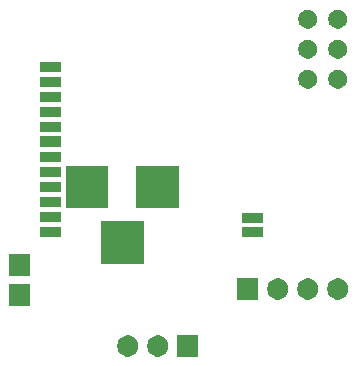
<source format=gbr>
G04 #@! TF.GenerationSoftware,KiCad,Pcbnew,(5.1.5)-3*
G04 #@! TF.CreationDate,2020-08-28T15:18:23-04:00*
G04 #@! TF.ProjectId,BikeLightComputerRev2,42696b65-4c69-4676-9874-436f6d707574,rev?*
G04 #@! TF.SameCoordinates,Original*
G04 #@! TF.FileFunction,Soldermask,Bot*
G04 #@! TF.FilePolarity,Negative*
%FSLAX46Y46*%
G04 Gerber Fmt 4.6, Leading zero omitted, Abs format (unit mm)*
G04 Created by KiCad (PCBNEW (5.1.5)-3) date 2020-08-28 15:18:23*
%MOMM*%
%LPD*%
G04 APERTURE LIST*
%ADD10C,0.100000*%
G04 APERTURE END LIST*
D10*
G36*
X160921000Y-95135000D02*
G01*
X159119000Y-95135000D01*
X159119000Y-93333000D01*
X160921000Y-93333000D01*
X160921000Y-95135000D01*
G37*
G36*
X157593512Y-93337927D02*
G01*
X157742812Y-93367624D01*
X157906784Y-93435544D01*
X158054354Y-93534147D01*
X158179853Y-93659646D01*
X158278456Y-93807216D01*
X158346376Y-93971188D01*
X158381000Y-94145259D01*
X158381000Y-94322741D01*
X158346376Y-94496812D01*
X158278456Y-94660784D01*
X158179853Y-94808354D01*
X158054354Y-94933853D01*
X157906784Y-95032456D01*
X157742812Y-95100376D01*
X157593512Y-95130073D01*
X157568742Y-95135000D01*
X157391258Y-95135000D01*
X157366488Y-95130073D01*
X157217188Y-95100376D01*
X157053216Y-95032456D01*
X156905646Y-94933853D01*
X156780147Y-94808354D01*
X156681544Y-94660784D01*
X156613624Y-94496812D01*
X156579000Y-94322741D01*
X156579000Y-94145259D01*
X156613624Y-93971188D01*
X156681544Y-93807216D01*
X156780147Y-93659646D01*
X156905646Y-93534147D01*
X157053216Y-93435544D01*
X157217188Y-93367624D01*
X157366488Y-93337927D01*
X157391258Y-93333000D01*
X157568742Y-93333000D01*
X157593512Y-93337927D01*
G37*
G36*
X155053512Y-93337927D02*
G01*
X155202812Y-93367624D01*
X155366784Y-93435544D01*
X155514354Y-93534147D01*
X155639853Y-93659646D01*
X155738456Y-93807216D01*
X155806376Y-93971188D01*
X155841000Y-94145259D01*
X155841000Y-94322741D01*
X155806376Y-94496812D01*
X155738456Y-94660784D01*
X155639853Y-94808354D01*
X155514354Y-94933853D01*
X155366784Y-95032456D01*
X155202812Y-95100376D01*
X155053512Y-95130073D01*
X155028742Y-95135000D01*
X154851258Y-95135000D01*
X154826488Y-95130073D01*
X154677188Y-95100376D01*
X154513216Y-95032456D01*
X154365646Y-94933853D01*
X154240147Y-94808354D01*
X154141544Y-94660784D01*
X154073624Y-94496812D01*
X154039000Y-94322741D01*
X154039000Y-94145259D01*
X154073624Y-93971188D01*
X154141544Y-93807216D01*
X154240147Y-93659646D01*
X154365646Y-93534147D01*
X154513216Y-93435544D01*
X154677188Y-93367624D01*
X154826488Y-93337927D01*
X154851258Y-93333000D01*
X155028742Y-93333000D01*
X155053512Y-93337927D01*
G37*
G36*
X146697000Y-90817000D02*
G01*
X144895000Y-90817000D01*
X144895000Y-89015000D01*
X146697000Y-89015000D01*
X146697000Y-90817000D01*
G37*
G36*
X167753512Y-88511927D02*
G01*
X167902812Y-88541624D01*
X168066784Y-88609544D01*
X168214354Y-88708147D01*
X168339853Y-88833646D01*
X168438456Y-88981216D01*
X168506376Y-89145188D01*
X168541000Y-89319259D01*
X168541000Y-89496741D01*
X168506376Y-89670812D01*
X168438456Y-89834784D01*
X168339853Y-89982354D01*
X168214354Y-90107853D01*
X168066784Y-90206456D01*
X167902812Y-90274376D01*
X167753512Y-90304073D01*
X167728742Y-90309000D01*
X167551258Y-90309000D01*
X167526488Y-90304073D01*
X167377188Y-90274376D01*
X167213216Y-90206456D01*
X167065646Y-90107853D01*
X166940147Y-89982354D01*
X166841544Y-89834784D01*
X166773624Y-89670812D01*
X166739000Y-89496741D01*
X166739000Y-89319259D01*
X166773624Y-89145188D01*
X166841544Y-88981216D01*
X166940147Y-88833646D01*
X167065646Y-88708147D01*
X167213216Y-88609544D01*
X167377188Y-88541624D01*
X167526488Y-88511927D01*
X167551258Y-88507000D01*
X167728742Y-88507000D01*
X167753512Y-88511927D01*
G37*
G36*
X172833512Y-88511927D02*
G01*
X172982812Y-88541624D01*
X173146784Y-88609544D01*
X173294354Y-88708147D01*
X173419853Y-88833646D01*
X173518456Y-88981216D01*
X173586376Y-89145188D01*
X173621000Y-89319259D01*
X173621000Y-89496741D01*
X173586376Y-89670812D01*
X173518456Y-89834784D01*
X173419853Y-89982354D01*
X173294354Y-90107853D01*
X173146784Y-90206456D01*
X172982812Y-90274376D01*
X172833512Y-90304073D01*
X172808742Y-90309000D01*
X172631258Y-90309000D01*
X172606488Y-90304073D01*
X172457188Y-90274376D01*
X172293216Y-90206456D01*
X172145646Y-90107853D01*
X172020147Y-89982354D01*
X171921544Y-89834784D01*
X171853624Y-89670812D01*
X171819000Y-89496741D01*
X171819000Y-89319259D01*
X171853624Y-89145188D01*
X171921544Y-88981216D01*
X172020147Y-88833646D01*
X172145646Y-88708147D01*
X172293216Y-88609544D01*
X172457188Y-88541624D01*
X172606488Y-88511927D01*
X172631258Y-88507000D01*
X172808742Y-88507000D01*
X172833512Y-88511927D01*
G37*
G36*
X170293512Y-88511927D02*
G01*
X170442812Y-88541624D01*
X170606784Y-88609544D01*
X170754354Y-88708147D01*
X170879853Y-88833646D01*
X170978456Y-88981216D01*
X171046376Y-89145188D01*
X171081000Y-89319259D01*
X171081000Y-89496741D01*
X171046376Y-89670812D01*
X170978456Y-89834784D01*
X170879853Y-89982354D01*
X170754354Y-90107853D01*
X170606784Y-90206456D01*
X170442812Y-90274376D01*
X170293512Y-90304073D01*
X170268742Y-90309000D01*
X170091258Y-90309000D01*
X170066488Y-90304073D01*
X169917188Y-90274376D01*
X169753216Y-90206456D01*
X169605646Y-90107853D01*
X169480147Y-89982354D01*
X169381544Y-89834784D01*
X169313624Y-89670812D01*
X169279000Y-89496741D01*
X169279000Y-89319259D01*
X169313624Y-89145188D01*
X169381544Y-88981216D01*
X169480147Y-88833646D01*
X169605646Y-88708147D01*
X169753216Y-88609544D01*
X169917188Y-88541624D01*
X170066488Y-88511927D01*
X170091258Y-88507000D01*
X170268742Y-88507000D01*
X170293512Y-88511927D01*
G37*
G36*
X166001000Y-90309000D02*
G01*
X164199000Y-90309000D01*
X164199000Y-88507000D01*
X166001000Y-88507000D01*
X166001000Y-90309000D01*
G37*
G36*
X146697000Y-88277000D02*
G01*
X144895000Y-88277000D01*
X144895000Y-86475000D01*
X146697000Y-86475000D01*
X146697000Y-88277000D01*
G37*
G36*
X156281000Y-87273000D02*
G01*
X152679000Y-87273000D01*
X152679000Y-83671000D01*
X156281000Y-83671000D01*
X156281000Y-87273000D01*
G37*
G36*
X149273460Y-85039400D02*
G01*
X147495060Y-85039400D01*
X147495060Y-84124600D01*
X149273460Y-84124600D01*
X149273460Y-85039400D01*
G37*
G36*
X166415920Y-85039400D02*
G01*
X164637520Y-85039400D01*
X164637520Y-84124600D01*
X166415920Y-84124600D01*
X166415920Y-85039400D01*
G37*
G36*
X166415920Y-83848140D02*
G01*
X164637520Y-83848140D01*
X164637520Y-82933340D01*
X166415920Y-82933340D01*
X166415920Y-83848140D01*
G37*
G36*
X149273460Y-83769400D02*
G01*
X147495060Y-83769400D01*
X147495060Y-82854600D01*
X149273460Y-82854600D01*
X149273460Y-83769400D01*
G37*
G36*
X159281000Y-82573000D02*
G01*
X155679000Y-82573000D01*
X155679000Y-78971000D01*
X159281000Y-78971000D01*
X159281000Y-82573000D01*
G37*
G36*
X153281000Y-82573000D02*
G01*
X149679000Y-82573000D01*
X149679000Y-78971000D01*
X153281000Y-78971000D01*
X153281000Y-82573000D01*
G37*
G36*
X149273460Y-82499400D02*
G01*
X147495060Y-82499400D01*
X147495060Y-81584600D01*
X149273460Y-81584600D01*
X149273460Y-82499400D01*
G37*
G36*
X149273460Y-81229400D02*
G01*
X147495060Y-81229400D01*
X147495060Y-80314600D01*
X149273460Y-80314600D01*
X149273460Y-81229400D01*
G37*
G36*
X149273460Y-79959400D02*
G01*
X147495060Y-79959400D01*
X147495060Y-79044600D01*
X149273460Y-79044600D01*
X149273460Y-79959400D01*
G37*
G36*
X149273460Y-78689400D02*
G01*
X147495060Y-78689400D01*
X147495060Y-77774600D01*
X149273460Y-77774600D01*
X149273460Y-78689400D01*
G37*
G36*
X149273460Y-77340660D02*
G01*
X147495060Y-77340660D01*
X147495060Y-76425860D01*
X149273460Y-76425860D01*
X149273460Y-77340660D01*
G37*
G36*
X149273460Y-76149400D02*
G01*
X147495060Y-76149400D01*
X147495060Y-75234600D01*
X149273460Y-75234600D01*
X149273460Y-76149400D01*
G37*
G36*
X149273460Y-74879400D02*
G01*
X147495060Y-74879400D01*
X147495060Y-73964600D01*
X149273460Y-73964600D01*
X149273460Y-74879400D01*
G37*
G36*
X149273460Y-73609400D02*
G01*
X147495060Y-73609400D01*
X147495060Y-72694600D01*
X149273460Y-72694600D01*
X149273460Y-73609400D01*
G37*
G36*
X172953642Y-70857781D02*
G01*
X173099414Y-70918162D01*
X173099416Y-70918163D01*
X173230608Y-71005822D01*
X173342178Y-71117392D01*
X173429837Y-71248584D01*
X173429838Y-71248586D01*
X173490219Y-71394358D01*
X173521000Y-71549107D01*
X173521000Y-71706893D01*
X173490219Y-71861642D01*
X173429838Y-72007414D01*
X173429837Y-72007416D01*
X173342178Y-72138608D01*
X173230608Y-72250178D01*
X173099416Y-72337837D01*
X173099415Y-72337838D01*
X173099414Y-72337838D01*
X172953642Y-72398219D01*
X172798893Y-72429000D01*
X172641107Y-72429000D01*
X172486358Y-72398219D01*
X172340586Y-72337838D01*
X172340585Y-72337838D01*
X172340584Y-72337837D01*
X172209392Y-72250178D01*
X172097822Y-72138608D01*
X172010163Y-72007416D01*
X172010162Y-72007414D01*
X171949781Y-71861642D01*
X171919000Y-71706893D01*
X171919000Y-71549107D01*
X171949781Y-71394358D01*
X172010162Y-71248586D01*
X172010163Y-71248584D01*
X172097822Y-71117392D01*
X172209392Y-71005822D01*
X172340584Y-70918163D01*
X172340586Y-70918162D01*
X172486358Y-70857781D01*
X172641107Y-70827000D01*
X172798893Y-70827000D01*
X172953642Y-70857781D01*
G37*
G36*
X170413642Y-70857781D02*
G01*
X170559414Y-70918162D01*
X170559416Y-70918163D01*
X170690608Y-71005822D01*
X170802178Y-71117392D01*
X170889837Y-71248584D01*
X170889838Y-71248586D01*
X170950219Y-71394358D01*
X170981000Y-71549107D01*
X170981000Y-71706893D01*
X170950219Y-71861642D01*
X170889838Y-72007414D01*
X170889837Y-72007416D01*
X170802178Y-72138608D01*
X170690608Y-72250178D01*
X170559416Y-72337837D01*
X170559415Y-72337838D01*
X170559414Y-72337838D01*
X170413642Y-72398219D01*
X170258893Y-72429000D01*
X170101107Y-72429000D01*
X169946358Y-72398219D01*
X169800586Y-72337838D01*
X169800585Y-72337838D01*
X169800584Y-72337837D01*
X169669392Y-72250178D01*
X169557822Y-72138608D01*
X169470163Y-72007416D01*
X169470162Y-72007414D01*
X169409781Y-71861642D01*
X169379000Y-71706893D01*
X169379000Y-71549107D01*
X169409781Y-71394358D01*
X169470162Y-71248586D01*
X169470163Y-71248584D01*
X169557822Y-71117392D01*
X169669392Y-71005822D01*
X169800584Y-70918163D01*
X169800586Y-70918162D01*
X169946358Y-70857781D01*
X170101107Y-70827000D01*
X170258893Y-70827000D01*
X170413642Y-70857781D01*
G37*
G36*
X149273460Y-72339400D02*
G01*
X147495060Y-72339400D01*
X147495060Y-71424600D01*
X149273460Y-71424600D01*
X149273460Y-72339400D01*
G37*
G36*
X149273460Y-71069400D02*
G01*
X147495060Y-71069400D01*
X147495060Y-70154600D01*
X149273460Y-70154600D01*
X149273460Y-71069400D01*
G37*
G36*
X172953642Y-68317781D02*
G01*
X173099414Y-68378162D01*
X173099416Y-68378163D01*
X173230608Y-68465822D01*
X173342178Y-68577392D01*
X173429837Y-68708584D01*
X173429838Y-68708586D01*
X173490219Y-68854358D01*
X173521000Y-69009107D01*
X173521000Y-69166893D01*
X173490219Y-69321642D01*
X173429838Y-69467414D01*
X173429837Y-69467416D01*
X173342178Y-69598608D01*
X173230608Y-69710178D01*
X173099416Y-69797837D01*
X173099415Y-69797838D01*
X173099414Y-69797838D01*
X172953642Y-69858219D01*
X172798893Y-69889000D01*
X172641107Y-69889000D01*
X172486358Y-69858219D01*
X172340586Y-69797838D01*
X172340585Y-69797838D01*
X172340584Y-69797837D01*
X172209392Y-69710178D01*
X172097822Y-69598608D01*
X172010163Y-69467416D01*
X172010162Y-69467414D01*
X171949781Y-69321642D01*
X171919000Y-69166893D01*
X171919000Y-69009107D01*
X171949781Y-68854358D01*
X172010162Y-68708586D01*
X172010163Y-68708584D01*
X172097822Y-68577392D01*
X172209392Y-68465822D01*
X172340584Y-68378163D01*
X172340586Y-68378162D01*
X172486358Y-68317781D01*
X172641107Y-68287000D01*
X172798893Y-68287000D01*
X172953642Y-68317781D01*
G37*
G36*
X170413642Y-68317781D02*
G01*
X170559414Y-68378162D01*
X170559416Y-68378163D01*
X170690608Y-68465822D01*
X170802178Y-68577392D01*
X170889837Y-68708584D01*
X170889838Y-68708586D01*
X170950219Y-68854358D01*
X170981000Y-69009107D01*
X170981000Y-69166893D01*
X170950219Y-69321642D01*
X170889838Y-69467414D01*
X170889837Y-69467416D01*
X170802178Y-69598608D01*
X170690608Y-69710178D01*
X170559416Y-69797837D01*
X170559415Y-69797838D01*
X170559414Y-69797838D01*
X170413642Y-69858219D01*
X170258893Y-69889000D01*
X170101107Y-69889000D01*
X169946358Y-69858219D01*
X169800586Y-69797838D01*
X169800585Y-69797838D01*
X169800584Y-69797837D01*
X169669392Y-69710178D01*
X169557822Y-69598608D01*
X169470163Y-69467416D01*
X169470162Y-69467414D01*
X169409781Y-69321642D01*
X169379000Y-69166893D01*
X169379000Y-69009107D01*
X169409781Y-68854358D01*
X169470162Y-68708586D01*
X169470163Y-68708584D01*
X169557822Y-68577392D01*
X169669392Y-68465822D01*
X169800584Y-68378163D01*
X169800586Y-68378162D01*
X169946358Y-68317781D01*
X170101107Y-68287000D01*
X170258893Y-68287000D01*
X170413642Y-68317781D01*
G37*
G36*
X172953642Y-65777781D02*
G01*
X173099414Y-65838162D01*
X173099416Y-65838163D01*
X173230608Y-65925822D01*
X173342178Y-66037392D01*
X173429837Y-66168584D01*
X173429838Y-66168586D01*
X173490219Y-66314358D01*
X173521000Y-66469107D01*
X173521000Y-66626893D01*
X173490219Y-66781642D01*
X173429838Y-66927414D01*
X173429837Y-66927416D01*
X173342178Y-67058608D01*
X173230608Y-67170178D01*
X173099416Y-67257837D01*
X173099415Y-67257838D01*
X173099414Y-67257838D01*
X172953642Y-67318219D01*
X172798893Y-67349000D01*
X172641107Y-67349000D01*
X172486358Y-67318219D01*
X172340586Y-67257838D01*
X172340585Y-67257838D01*
X172340584Y-67257837D01*
X172209392Y-67170178D01*
X172097822Y-67058608D01*
X172010163Y-66927416D01*
X172010162Y-66927414D01*
X171949781Y-66781642D01*
X171919000Y-66626893D01*
X171919000Y-66469107D01*
X171949781Y-66314358D01*
X172010162Y-66168586D01*
X172010163Y-66168584D01*
X172097822Y-66037392D01*
X172209392Y-65925822D01*
X172340584Y-65838163D01*
X172340586Y-65838162D01*
X172486358Y-65777781D01*
X172641107Y-65747000D01*
X172798893Y-65747000D01*
X172953642Y-65777781D01*
G37*
G36*
X170413642Y-65777781D02*
G01*
X170559414Y-65838162D01*
X170559416Y-65838163D01*
X170690608Y-65925822D01*
X170802178Y-66037392D01*
X170889837Y-66168584D01*
X170889838Y-66168586D01*
X170950219Y-66314358D01*
X170981000Y-66469107D01*
X170981000Y-66626893D01*
X170950219Y-66781642D01*
X170889838Y-66927414D01*
X170889837Y-66927416D01*
X170802178Y-67058608D01*
X170690608Y-67170178D01*
X170559416Y-67257837D01*
X170559415Y-67257838D01*
X170559414Y-67257838D01*
X170413642Y-67318219D01*
X170258893Y-67349000D01*
X170101107Y-67349000D01*
X169946358Y-67318219D01*
X169800586Y-67257838D01*
X169800585Y-67257838D01*
X169800584Y-67257837D01*
X169669392Y-67170178D01*
X169557822Y-67058608D01*
X169470163Y-66927416D01*
X169470162Y-66927414D01*
X169409781Y-66781642D01*
X169379000Y-66626893D01*
X169379000Y-66469107D01*
X169409781Y-66314358D01*
X169470162Y-66168586D01*
X169470163Y-66168584D01*
X169557822Y-66037392D01*
X169669392Y-65925822D01*
X169800584Y-65838163D01*
X169800586Y-65838162D01*
X169946358Y-65777781D01*
X170101107Y-65747000D01*
X170258893Y-65747000D01*
X170413642Y-65777781D01*
G37*
M02*

</source>
